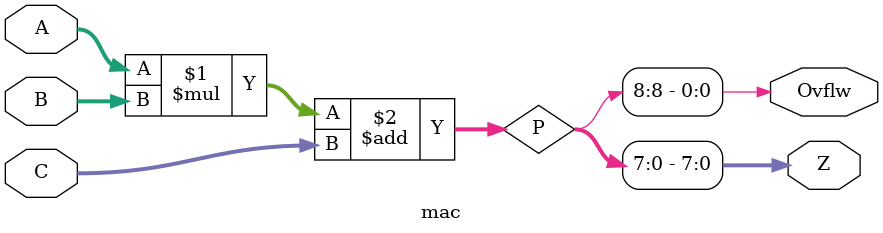
<source format=v>
module mac(output [7:0] Z, output Ovflw, input [3:0] A, B, input [7:0] C);
    wire [8:0] P;
    assign P = A*B + C;
    assign Z = P[7:0];
    assign Ovflw = P[8];
endmodule
</source>
